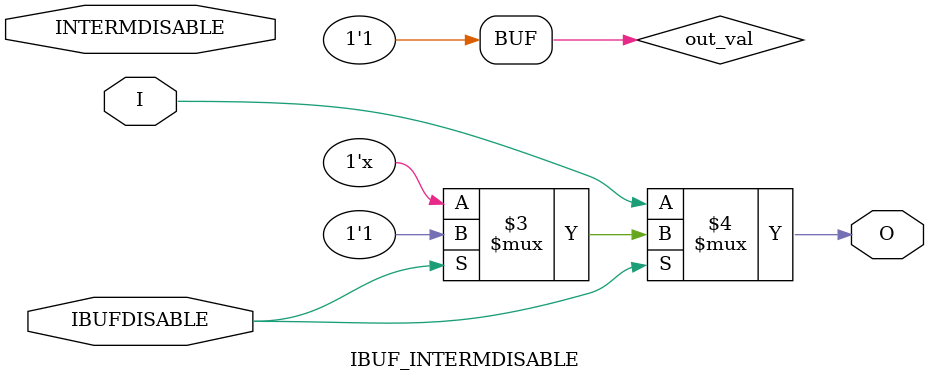
<source format=v>


`timescale  1 ps / 1 ps


`celldefine

module IBUF_INTERMDISABLE (O, I, IBUFDISABLE, INTERMDISABLE);

    parameter IBUF_LOW_PWR = "TRUE";
    parameter IOSTANDARD = "DEFAULT";
    parameter SIM_DEVICE = "7SERIES";
    parameter USE_IBUFDISABLE = "TRUE";
`ifdef XIL_TIMING
    parameter LOC = "UNPLACED";
`endif // `ifdef XIL_TIMING
    
    output O;

    input  I;
    input  IBUFDISABLE;
    input  INTERMDISABLE;

// define constants
  localparam MODULE_NAME = "IBUF_INTERMDISABLE";

    wire out_val;
    initial begin
	

        case (IBUF_LOW_PWR)

            "FALSE", "TRUE" : ;
            default : begin
                          $display("Attribute Syntax Error : The attribute IBUF_LOW_PWR on IBUF_INTERMDISABLE instance %m is set to %s.  Legal values for this attribute are TRUE or FALSE.", IBUF_LOW_PWR);
                          #1 $finish;
                      end

        endcase

        if ((SIM_DEVICE != "7SERIES") &&
         (SIM_DEVICE != "ULTRASCALE") &&
         (SIM_DEVICE != "VERSAL_AI_CORE") &&
         (SIM_DEVICE != "VERSAL_AI_CORE_ES1") &&
         (SIM_DEVICE != "VERSAL_AI_CORE_ES2") &&
         (SIM_DEVICE != "VERSAL_AI_EDGE") &&
         (SIM_DEVICE != "VERSAL_AI_EDGE_ES1") &&
         (SIM_DEVICE != "VERSAL_AI_EDGE_ES2") &&
         (SIM_DEVICE != "VERSAL_AI_RF") &&
         (SIM_DEVICE != "VERSAL_AI_RF_ES1") &&
         (SIM_DEVICE != "VERSAL_AI_RF_ES2") &&
         (SIM_DEVICE != "VERSAL_HBM") &&
         (SIM_DEVICE != "VERSAL_HBM_ES1") &&
         (SIM_DEVICE != "VERSAL_HBM_ES2") &&
         (SIM_DEVICE != "VERSAL_PREMIUM") &&
         (SIM_DEVICE != "VERSAL_PREMIUM_ES1") &&
         (SIM_DEVICE != "VERSAL_PREMIUM_ES2") &&
         (SIM_DEVICE != "VERSAL_PRIME") &&
         (SIM_DEVICE != "VERSAL_PRIME_ES1") &&
         (SIM_DEVICE != "VERSAL_PRIME_ES2")) begin
      $display("Error: [Unisim %s-103] SIM_DEVICE attribute is set to %s.  Legal values for this attribute are 7SERIES, ULTRASCALE, VERSAL_AI_CORE, VERSAL_AI_CORE_ES1, VERSAL_AI_CORE_ES2, VERSAL_AI_EDGE, VERSAL_AI_EDGE_ES1, VERSAL_AI_EDGE_ES2, VERSAL_AI_RF, VERSAL_AI_RF_ES1, VERSAL_AI_RF_ES2, VERSAL_HBM, VERSAL_HBM_ES1, VERSAL_HBM_ES2, VERSAL_PREMIUM, VERSAL_PREMIUM_ES1, VERSAL_PREMIUM_ES2, VERSAL_PRIME, VERSAL_PRIME_ES1 or VERSAL_PRIME_ES2. Instance: %m", MODULE_NAME, SIM_DEVICE);
         #1 $finish;
    end
    end
   generate
       case (SIM_DEVICE)
         "7SERIES" : begin
                        assign out_val = 1'b1;
                     end
         default : begin
                        assign out_val = 1'b0;
                     end
        endcase
   endgenerate

    generate
       case (USE_IBUFDISABLE)
          "TRUE" :  begin
                        assign O = (IBUFDISABLE == 0)? I : (IBUFDISABLE == 1)? out_val  : 1'bx;
                    end
          "FALSE" : begin
                        assign O = I;
                    end
       endcase
    endgenerate

`ifdef XIL_TIMING
    specify

        (I => O) 		= (0:0:0,  0:0:0);
        (IBUFDISABLE => O)	= (0:0:0,  0:0:0);
        (INTERMDISABLE => O)	= (0:0:0,  0:0:0);

        specparam PATHPULSE$ = 0;

    endspecify
`endif // `ifdef XIL_TIMING

endmodule

`endcelldefine

</source>
